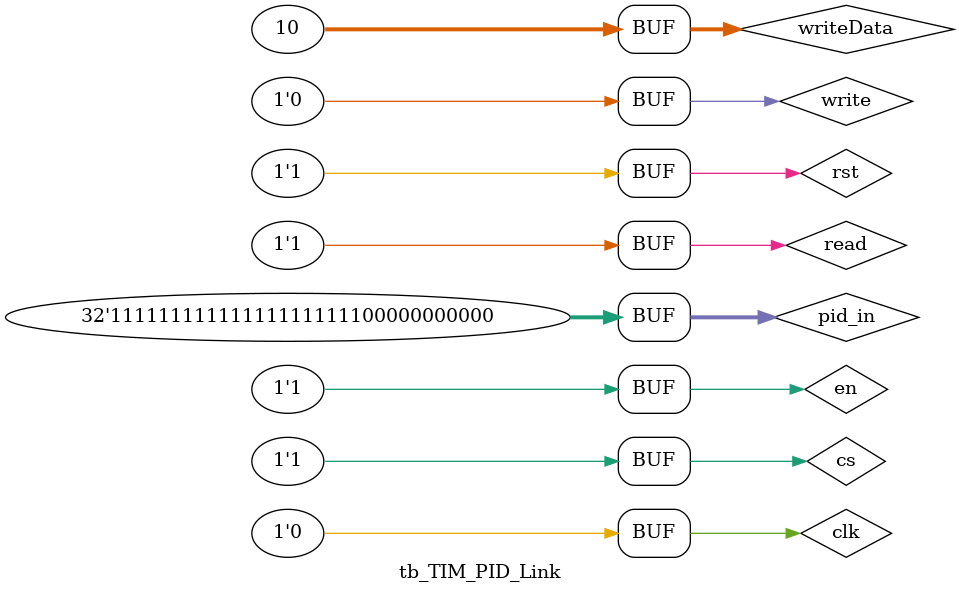
<source format=sv>
module tb_TIM_PID_Link();
    
    // Signals definition
    logic clk, rst, en, cs, write, read;
    logic [31:0] writeData, readData, pid_in, compare1, compare2;

    // DUT
    PID_TIM_Link dut(
        .clk(clk), 
        .chipSelect(cs), 
        .write(write), 
        .read(read), 
        .rst(rst), 
        .en(en),
        .pid_in(pid_in),
        .writeData(writeData),
        .timOut1(compare1), 
        .timOut2(compare2),
        .readData(readData)
    );

    // Generate clock
    always begin
        clk = 1; #5;
        clk = 0; #5;
    end

    // Initialization
    initial begin
        en = 0;
        rst = 0;
        cs = 0;
        write = 0;
        read = 0;
        pid_in = 2048;
        writeData = 0;
        #7;
        rst = 1;
        en = 1;
        #10;
        pid_in = -2048;
        #10;
        pid_in = 2048;
        write = 1;
        cs = 1;
        writeData = 1;
        #10;
        write = 0;
        read = 1;
        pid_in = -2048;
        #10;
        write = 1;
        read = 0;
        writeData = 5;
        pid_in = 2048;
        #10;
        write = 0;
        read = 1;
        pid_in = -2048;
        #10;
        write = 1;
        read = 0;
        writeData = 10;
        pid_in = 2048;
        #10;
        write = 0;
        read = 1;
        pid_in = -2048;
    end

endmodule
</source>
